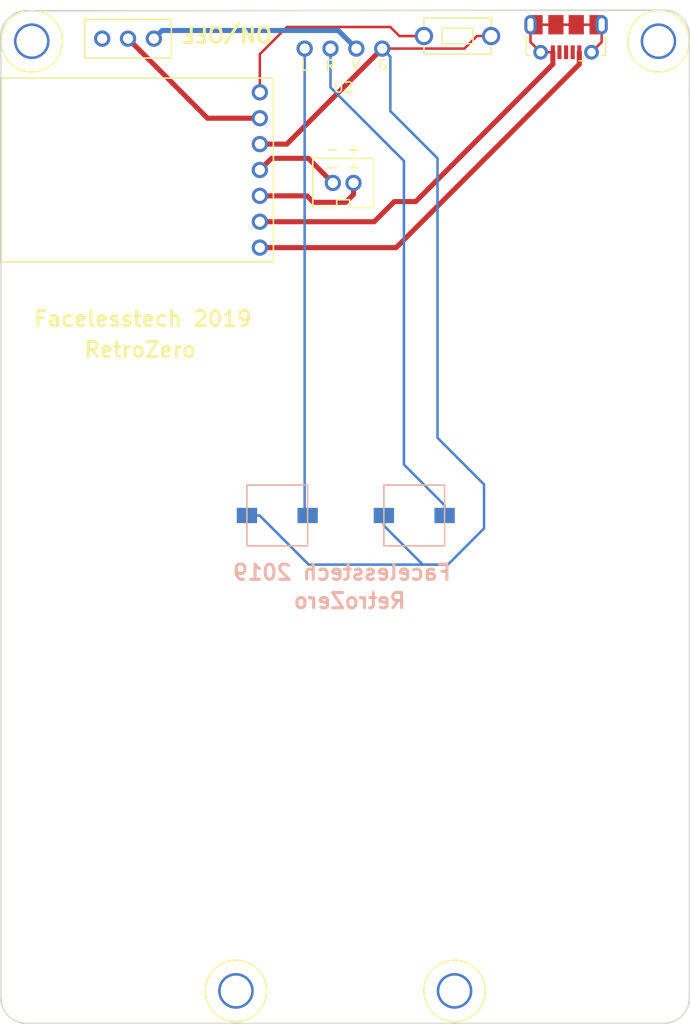
<source format=kicad_pcb>
(kicad_pcb (version 20171130) (host pcbnew 5.0.2+dfsg1-1~bpo9+1)

  (general
    (thickness 1.6)
    (drawings 15)
    (tracks 62)
    (zones 0)
    (modules 12)
    (nets 19)
  )

  (page A4)
  (layers
    (0 F.Cu signal)
    (31 B.Cu signal)
    (32 B.Adhes user)
    (33 F.Adhes user)
    (34 B.Paste user)
    (35 F.Paste user)
    (36 B.SilkS user)
    (37 F.SilkS user)
    (38 B.Mask user)
    (39 F.Mask user)
    (40 Dwgs.User user)
    (41 Cmts.User user)
    (42 Eco1.User user)
    (43 Eco2.User user)
    (44 Edge.Cuts user)
    (45 Margin user)
    (46 B.CrtYd user)
    (47 F.CrtYd user)
    (48 B.Fab user)
    (49 F.Fab user)
  )

  (setup
    (last_trace_width 0.25)
    (user_trace_width 0.5)
    (trace_clearance 0.2)
    (zone_clearance 0.508)
    (zone_45_only no)
    (trace_min 0.2)
    (segment_width 0.2)
    (edge_width 0.15)
    (via_size 0.8)
    (via_drill 0.4)
    (via_min_size 0.4)
    (via_min_drill 0.3)
    (uvia_size 0.3)
    (uvia_drill 0.1)
    (uvias_allowed no)
    (uvia_min_size 0.2)
    (uvia_min_drill 0.1)
    (pcb_text_width 0.3)
    (pcb_text_size 1.5 1.5)
    (mod_edge_width 0.15)
    (mod_text_size 1 1)
    (mod_text_width 0.15)
    (pad_size 1.524 1.524)
    (pad_drill 0.762)
    (pad_to_mask_clearance 0.2)
    (solder_mask_min_width 0.25)
    (aux_axis_origin 0 0)
    (visible_elements FFFFFF7F)
    (pcbplotparams
      (layerselection 0x010f0_ffffffff)
      (usegerberextensions false)
      (usegerberattributes false)
      (usegerberadvancedattributes false)
      (creategerberjobfile false)
      (excludeedgelayer true)
      (linewidth 0.100000)
      (plotframeref false)
      (viasonmask false)
      (mode 1)
      (useauxorigin false)
      (hpglpennumber 1)
      (hpglpenspeed 20)
      (hpglpendiameter 15.000000)
      (psnegative false)
      (psa4output false)
      (plotreference true)
      (plotvalue true)
      (plotinvisibletext false)
      (padsonsilk false)
      (subtractmaskfromsilk false)
      (outputformat 1)
      (mirror false)
      (drillshape 0)
      (scaleselection 1)
      (outputdirectory "gerbers/"))
  )

  (net 0 "")
  (net 1 "Net-(J1-Pad1)")
  (net 2 "Net-(J1-Pad2)")
  (net 3 "Net-(J1-Pad3)")
  (net 4 "Net-(J1-Pad4)")
  (net 5 "Net-(J1-Pad5)")
  (net 6 "Net-(U3-Pad1)")
  (net 7 "Net-(U4-Pad1)")
  (net 8 "Net-(U5-Pad1)")
  (net 9 "Net-(U6-Pad1)")
  (net 10 "Net-(SW1-Pad1)")
  (net 11 "Net-(SW1-Pad2)")
  (net 12 "Net-(SW1-Pad3)")
  (net 13 "Net-(SW2-Pad1)")
  (net 14 "Net-(SW2-Pad2)")
  (net 15 "Net-(SW3-Pad1)")
  (net 16 "Net-(SW4-Pad1)")
  (net 17 "Net-(U1-Pad2)")
  (net 18 "Net-(U1-Pad1)")

  (net_class Default "This is the default net class."
    (clearance 0.2)
    (trace_width 0.25)
    (via_dia 0.8)
    (via_drill 0.4)
    (uvia_dia 0.3)
    (uvia_drill 0.1)
    (add_net "Net-(J1-Pad1)")
    (add_net "Net-(J1-Pad2)")
    (add_net "Net-(J1-Pad3)")
    (add_net "Net-(J1-Pad4)")
    (add_net "Net-(J1-Pad5)")
    (add_net "Net-(SW1-Pad1)")
    (add_net "Net-(SW1-Pad2)")
    (add_net "Net-(SW1-Pad3)")
    (add_net "Net-(SW2-Pad1)")
    (add_net "Net-(SW2-Pad2)")
    (add_net "Net-(SW3-Pad1)")
    (add_net "Net-(SW4-Pad1)")
    (add_net "Net-(U1-Pad1)")
    (add_net "Net-(U1-Pad2)")
    (add_net "Net-(U3-Pad1)")
    (add_net "Net-(U4-Pad1)")
    (add_net "Net-(U5-Pad1)")
    (add_net "Net-(U6-Pad1)")
  )

  (module m3_hole_custom:m3_hole_custom (layer F.Cu) (tedit 5C346F6B) (tstamp 5C30E8BF)
    (at 157.6324 139.6238)
    (path /5C313FED)
    (fp_text reference U6 (at 0 2.921) (layer F.SilkS) hide
      (effects (font (size 1 1) (thickness 0.15)))
    )
    (fp_text value m3_standsoffs (at 0 -2.921) (layer F.Fab) hide
      (effects (font (size 1 1) (thickness 0.15)))
    )
    (fp_circle (center 0 0) (end 2.8575 0.9525) (layer F.SilkS) (width 0.15))
    (pad 1 thru_hole circle (at 0 0) (size 3.5 3.5) (drill 3) (layers *.Cu *.Mask)
      (net 9 "Net-(U6-Pad1)"))
  )

  (module LRandPower:LRandPower (layer F.Cu) (tedit 5C346F27) (tstamp 5C5582A4)
    (at 146.7104 47.1424)
    (path /5C2EA8ED)
    (fp_text reference U2 (at 0 3.81) (layer F.SilkS)
      (effects (font (size 1 1) (thickness 0.15)))
    )
    (fp_text value LRandPower (at 0.0635 -2.7305) (layer F.Fab) hide
      (effects (font (size 1 1) (thickness 0.15)))
    )
    (fp_text user G (at 3.8735 1.5875) (layer F.SilkS)
      (effects (font (size 1 1) (thickness 0.15)))
    )
    (fp_text user V (at 1.2065 1.651) (layer F.SilkS)
      (effects (font (size 1 1) (thickness 0.15)))
    )
    (fp_text user R (at -1.3335 1.651) (layer F.SilkS)
      (effects (font (size 1 1) (thickness 0.15)))
    )
    (fp_text user L (at -3.81 1.651) (layer F.SilkS)
      (effects (font (size 1 1) (thickness 0.15)))
    )
    (pad 1 thru_hole circle (at -3.81 0) (size 1.6 1.6) (drill 1) (layers *.Cu *.Mask)
      (net 16 "Net-(SW4-Pad1)"))
    (pad 2 thru_hole circle (at -1.27 0) (size 1.6 1.6) (drill 1) (layers *.Cu *.Mask)
      (net 15 "Net-(SW3-Pad1)"))
    (pad 3 thru_hole circle (at 1.27 0) (size 1.6 1.6) (drill 1) (layers *.Cu *.Mask)
      (net 10 "Net-(SW1-Pad1)"))
    (pad 4 thru_hole circle (at 3.81 0) (size 1.6 1.6) (drill 1) (layers *.Cu *.Mask)
      (net 14 "Net-(SW2-Pad2)"))
  )

  (module m3_hole_custom:m3_hole_custom (layer F.Cu) (tedit 5C346F11) (tstamp 5C3339F0)
    (at 177.673 46.4185)
    (path /5C313CFC)
    (fp_text reference U3 (at 0 2.921) (layer F.SilkS) hide
      (effects (font (size 1 1) (thickness 0.15)))
    )
    (fp_text value m3_standsoffs (at 0 -2.921) (layer F.Fab) hide
      (effects (font (size 1 1) (thickness 0.15)))
    )
    (fp_circle (center 0 0) (end 2.8575 0.9525) (layer F.SilkS) (width 0.15))
    (pad 1 thru_hole circle (at 0 0) (size 3.5 3.5) (drill 3) (layers *.Cu *.Mask)
      (net 6 "Net-(U3-Pad1)"))
  )

  (module m3_hole_custom:m3_hole_custom (layer F.Cu) (tedit 5C346F40) (tstamp 5C30E8A2)
    (at 116.078 46.4185)
    (path /5C313FB3)
    (fp_text reference U5 (at 0 2.921) (layer F.SilkS) hide
      (effects (font (size 1 1) (thickness 0.15)))
    )
    (fp_text value m3_standsoffs (at 0 -2.921) (layer F.Fab) hide
      (effects (font (size 1 1) (thickness 0.15)))
    )
    (fp_circle (center 0 0) (end 2.8575 0.9525) (layer F.SilkS) (width 0.15))
    (pad 1 thru_hole circle (at 0 0) (size 3.5 3.5) (drill 3) (layers *.Cu *.Mask)
      (net 8 "Net-(U5-Pad1)"))
  )

  (module m3_hole_custom:m3_hole_custom (layer F.Cu) (tedit 5C346F64) (tstamp 5C30E8D5)
    (at 136.144 139.6238)
    (path /5C313D6F)
    (fp_text reference U4 (at 0 2.921) (layer F.SilkS) hide
      (effects (font (size 1 1) (thickness 0.15)))
    )
    (fp_text value m3_standsoffs (at 0 -2.921) (layer F.Fab) hide
      (effects (font (size 1 1) (thickness 0.15)))
    )
    (fp_circle (center 0 0) (end 2.8575 0.9525) (layer F.SilkS) (width 0.15))
    (pad 1 thru_hole circle (at 0 0) (size 3.5 3.5) (drill 3) (layers *.Cu *.Mask)
      (net 7 "Net-(U4-Pad1)"))
  )

  (module buttons_custom:3_pin_switch_custom (layer F.Cu) (tedit 5C346F30) (tstamp 5C3FBC0F)
    (at 125.5395 46.1645 180)
    (path /5C33A178)
    (fp_text reference SW1 (at 0 3.683 180) (layer F.SilkS) hide
      (effects (font (size 1 1) (thickness 0.15)))
    )
    (fp_text value SW_SPDT (at 0 -3.4925 180) (layer F.Fab) hide
      (effects (font (size 1 1) (thickness 0.15)))
    )
    (fp_line (start -4.2545 -1.905) (end -4.2545 1.905) (layer F.SilkS) (width 0.15))
    (fp_line (start -4.2545 1.905) (end 4.2545 1.905) (layer F.SilkS) (width 0.15))
    (fp_line (start 4.2545 1.905) (end 4.2545 -1.905) (layer F.SilkS) (width 0.15))
    (fp_line (start 4.2545 -1.905) (end -4.2545 -1.905) (layer F.SilkS) (width 0.15))
    (pad 1 thru_hole circle (at -2.54 0 180) (size 1.6 1.6) (drill 1) (layers *.Cu *.Mask)
      (net 10 "Net-(SW1-Pad1)"))
    (pad 2 thru_hole circle (at 0 0 180) (size 1.6 1.6) (drill 1) (layers *.Cu *.Mask)
      (net 11 "Net-(SW1-Pad2)"))
    (pad 3 thru_hole circle (at 2.54 0 180) (size 1.6 1.6) (drill 1) (layers *.Cu *.Mask)
      (net 12 "Net-(SW1-Pad3)"))
  )

  (module buttons_custom:small_button_2pin_custom (layer F.Cu) (tedit 5C346F22) (tstamp 5C3FBC1F)
    (at 157.9245 45.9105 180)
    (path /5C33A238)
    (fp_text reference SW2 (at -0.254 4.064 180) (layer F.SilkS) hide
      (effects (font (size 1 1) (thickness 0.15)))
    )
    (fp_text value SW_Push (at 0 -3.302 180) (layer F.Fab) hide
      (effects (font (size 1 1) (thickness 0.15)))
    )
    (fp_line (start -1.524 -0.762) (end -1.524 0.762) (layer F.SilkS) (width 0.15))
    (fp_line (start -1.524 0.762) (end 1.524 0.762) (layer F.SilkS) (width 0.15))
    (fp_line (start 1.524 0.762) (end 1.524 -0.762) (layer F.SilkS) (width 0.15))
    (fp_line (start 1.524 -0.762) (end -1.524 -0.762) (layer F.SilkS) (width 0.15))
    (fp_line (start -3.302 1.016) (end -3.302 1.778) (layer F.SilkS) (width 0.15))
    (fp_line (start -3.302 1.778) (end 3.302 1.778) (layer F.SilkS) (width 0.15))
    (fp_line (start 3.302 1.778) (end 3.302 1.016) (layer F.SilkS) (width 0.15))
    (fp_line (start -3.302 -1.778) (end -3.302 -1.016) (layer F.SilkS) (width 0.15))
    (fp_line (start -3.302 -1.778) (end 3.302 -1.778) (layer F.SilkS) (width 0.15))
    (fp_line (start 3.302 -1.778) (end 3.302 -1.016) (layer F.SilkS) (width 0.15))
    (pad 1 thru_hole circle (at 3.302 0 180) (size 1.8 1.8) (drill 1.2) (layers *.Cu *.Mask)
      (net 13 "Net-(SW2-Pad1)"))
    (pad 2 thru_hole circle (at -3.302 0 180) (size 1.8 1.8) (drill 1.2) (layers *.Cu *.Mask)
      (net 14 "Net-(SW2-Pad2)"))
  )

  (module buttons_custom:smd_soft_custom (layer B.Cu) (tedit 5C347886) (tstamp 5C5887EB)
    (at 153.67 92.964)
    (path /5C33A2A9)
    (fp_text reference SW3 (at 0 -6.0325) (layer B.SilkS) hide
      (effects (font (size 1 1) (thickness 0.15)) (justify mirror))
    )
    (fp_text value SW_Push (at 0 4.826) (layer B.Fab) hide
      (effects (font (size 1 1) (thickness 0.15)) (justify mirror))
    )
    (fp_line (start -2.9845 2.9845) (end 2.9845 2.9845) (layer B.SilkS) (width 0.15))
    (fp_line (start 2.9845 2.9845) (end 2.9845 -2.9845) (layer B.SilkS) (width 0.15))
    (fp_line (start 2.9845 -2.9845) (end -2.9845 -2.9845) (layer B.SilkS) (width 0.15))
    (fp_line (start -2.9845 -2.9845) (end -2.9845 2.9845) (layer B.SilkS) (width 0.15))
    (pad 1 smd rect (at 2.9845 0 270) (size 1.5 2) (layers B.Cu B.Paste B.Mask)
      (net 15 "Net-(SW3-Pad1)"))
    (pad 2 smd rect (at -2.9845 0 270) (size 1.5 2) (layers B.Cu B.Paste B.Mask)
      (net 14 "Net-(SW2-Pad2)"))
  )

  (module buttons_custom:smd_soft_custom (layer B.Cu) (tedit 5C34788A) (tstamp 5C588722)
    (at 140.208 92.964)
    (path /5C33A311)
    (fp_text reference SW4 (at 0 -6.0325) (layer B.SilkS) hide
      (effects (font (size 1 1) (thickness 0.15)) (justify mirror))
    )
    (fp_text value SW_Push (at 0 4.826) (layer B.Fab) hide
      (effects (font (size 1 1) (thickness 0.15)) (justify mirror))
    )
    (fp_line (start -2.9845 -2.9845) (end -2.9845 2.9845) (layer B.SilkS) (width 0.15))
    (fp_line (start 2.9845 -2.9845) (end -2.9845 -2.9845) (layer B.SilkS) (width 0.15))
    (fp_line (start 2.9845 2.9845) (end 2.9845 -2.9845) (layer B.SilkS) (width 0.15))
    (fp_line (start -2.9845 2.9845) (end 2.9845 2.9845) (layer B.SilkS) (width 0.15))
    (pad 2 smd rect (at -2.9845 0 270) (size 1.5 2) (layers B.Cu B.Paste B.Mask)
      (net 14 "Net-(SW2-Pad2)"))
    (pad 1 smd rect (at 2.9845 0 270) (size 1.5 2) (layers B.Cu B.Paste B.Mask)
      (net 16 "Net-(SW4-Pad1)"))
  )

  (module battery_connector_custom:jst_2pin_custom (layer F.Cu) (tedit 5C346F53) (tstamp 5C3FC07E)
    (at 146.685 60.325)
    (path /5C33A07A)
    (fp_text reference U1 (at 0 3.429) (layer F.SilkS) hide
      (effects (font (size 1 1) (thickness 0.15)))
    )
    (fp_text value battery_custom (at -4.318 0 90) (layer F.Fab) hide
      (effects (font (size 1 1) (thickness 0.15)))
    )
    (fp_line (start -2.9845 0) (end -2.9845 -2.413) (layer F.SilkS) (width 0.15))
    (fp_line (start -2.9845 -2.413) (end 2.9845 -2.413) (layer F.SilkS) (width 0.15))
    (fp_line (start 2.9845 -2.413) (end 2.9845 2.413) (layer F.SilkS) (width 0.15))
    (fp_line (start -2.9845 2.413) (end -2.9845 0) (layer F.SilkS) (width 0.15))
    (fp_text user + (at 1.016 -1.5875) (layer F.SilkS)
      (effects (font (size 1 1) (thickness 0.15)))
    )
    (fp_line (start -0.635 2.413) (end -0.635 1.651) (layer F.SilkS) (width 0.15))
    (fp_line (start -0.635 1.651) (end 0.635 1.651) (layer F.SilkS) (width 0.15))
    (fp_line (start 0.635 1.651) (end 0.635 2.413) (layer F.SilkS) (width 0.15))
    (fp_line (start 2.9845 2.413) (end 0.635 2.413) (layer F.SilkS) (width 0.15))
    (fp_line (start -0.635 2.413) (end -2.9845 2.413) (layer F.SilkS) (width 0.15))
    (fp_text user _ (at -1.0795 -2.032) (layer F.SilkS)
      (effects (font (size 1 1) (thickness 0.15)))
    )
    (fp_text user - (at -1.016 -3.302) (layer F.SilkS)
      (effects (font (size 1 1) (thickness 0.15)))
    )
    (fp_text user + (at 1.016 -3.302) (layer F.SilkS)
      (effects (font (size 1 1) (thickness 0.15)))
    )
    (pad 1 thru_hole circle (at -1.016 0) (size 1.6 1.6) (drill 1) (layers *.Cu *.Mask)
      (net 18 "Net-(U1-Pad1)"))
    (pad 2 thru_hole circle (at 1.016 0) (size 1.6 1.6) (drill 1) (layers *.Cu *.Mask)
      (net 17 "Net-(U1-Pad2)"))
  )

  (module power_bank_boards:power_bank_green (layer F.Cu) (tedit 5C346F4A) (tstamp 5C3FBC56)
    (at 138.4935 59.055 90)
    (path /5C33A01D)
    (fp_text reference U7 (at 0 -8.128 90) (layer F.SilkS) hide
      (effects (font (size 1 1) (thickness 0.15)))
    )
    (fp_text value power_bank_green (at 0 -6.35 90) (layer F.Fab) hide
      (effects (font (size 1 1) (thickness 0.15)))
    )
    (fp_line (start 9.017 1.3335) (end -9.017 1.3335) (layer F.SilkS) (width 0.15))
    (fp_line (start -9.017 1.3335) (end -9.017 -25.4) (layer F.SilkS) (width 0.15))
    (fp_line (start -9.017 -25.4) (end 8.9535 -25.4) (layer F.SilkS) (width 0.15))
    (fp_line (start 8.9535 -25.4) (end 9.017 -25.4) (layer F.SilkS) (width 0.15))
    (fp_line (start 9.017 -25.4) (end 9.017 1.3335) (layer F.SilkS) (width 0.15))
    (pad 1 thru_hole circle (at -7.62 0 90) (size 1.6 1.6) (drill 1) (layers *.Cu *.Mask)
      (net 1 "Net-(J1-Pad1)"))
    (pad 2 thru_hole circle (at -5.08 0 90) (size 1.6 1.6) (drill 1) (layers *.Cu *.Mask)
      (net 5 "Net-(J1-Pad5)"))
    (pad 3 thru_hole circle (at -2.54 0 90) (size 1.6 1.6) (drill 1) (layers *.Cu *.Mask)
      (net 17 "Net-(U1-Pad2)"))
    (pad 4 thru_hole circle (at 0 0 90) (size 1.6 1.6) (drill 1) (layers *.Cu *.Mask)
      (net 18 "Net-(U1-Pad1)"))
    (pad 5 thru_hole circle (at 2.54 0 90) (size 1.6 1.6) (drill 1) (layers *.Cu *.Mask)
      (net 14 "Net-(SW2-Pad2)"))
    (pad 6 thru_hole circle (at 5.08 0 90) (size 1.6 1.6) (drill 1) (layers *.Cu *.Mask)
      (net 11 "Net-(SW1-Pad2)"))
    (pad 7 thru_hole circle (at 7.62 0 90) (size 1.6 1.6) (drill 1) (layers *.Cu *.Mask)
      (net 13 "Net-(SW2-Pad1)"))
  )

  (module Connector_USB:USB_Micro-B_Molex-105017-0001 (layer F.Cu) (tedit 5C346F1B) (tstamp 5C3FBDB6)
    (at 168.5925 46.0375 180)
    (descr http://www.molex.com/pdm_docs/sd/1050170001_sd.pdf)
    (tags "Micro-USB SMD Typ-B")
    (path /5C33A3E7)
    (attr smd)
    (fp_text reference J1 (at 0 -3.1125 180) (layer F.SilkS) hide
      (effects (font (size 1 1) (thickness 0.15)))
    )
    (fp_text value USB_B_Micro (at 0.3 4.3375 180) (layer F.Fab) hide
      (effects (font (size 1 1) (thickness 0.15)))
    )
    (fp_text user "PCB Edge" (at 0 2.6875 180) (layer Dwgs.User)
      (effects (font (size 0.5 0.5) (thickness 0.08)))
    )
    (fp_text user %R (at 0 0.8875 180) (layer F.Fab)
      (effects (font (size 1 1) (thickness 0.15)))
    )
    (fp_line (start -4.4 3.64) (end 4.4 3.64) (layer F.CrtYd) (width 0.05))
    (fp_line (start 4.4 -2.46) (end 4.4 3.64) (layer F.CrtYd) (width 0.05))
    (fp_line (start -4.4 -2.46) (end 4.4 -2.46) (layer F.CrtYd) (width 0.05))
    (fp_line (start -4.4 3.64) (end -4.4 -2.46) (layer F.CrtYd) (width 0.05))
    (fp_line (start -3.9 -1.7625) (end -3.45 -1.7625) (layer F.SilkS) (width 0.12))
    (fp_line (start -3.9 0.0875) (end -3.9 -1.7625) (layer F.SilkS) (width 0.12))
    (fp_line (start 3.9 2.6375) (end 3.9 2.3875) (layer F.SilkS) (width 0.12))
    (fp_line (start 3.75 3.3875) (end 3.75 -1.6125) (layer F.Fab) (width 0.1))
    (fp_line (start -3 2.689204) (end 3 2.689204) (layer F.Fab) (width 0.1))
    (fp_line (start -3.75 3.389204) (end 3.75 3.389204) (layer F.Fab) (width 0.1))
    (fp_line (start -3.75 -1.6125) (end 3.75 -1.6125) (layer F.Fab) (width 0.1))
    (fp_line (start -3.75 3.3875) (end -3.75 -1.6125) (layer F.Fab) (width 0.1))
    (fp_line (start -3.9 2.6375) (end -3.9 2.3875) (layer F.SilkS) (width 0.12))
    (fp_line (start 3.9 0.0875) (end 3.9 -1.7625) (layer F.SilkS) (width 0.12))
    (fp_line (start 3.9 -1.7625) (end 3.45 -1.7625) (layer F.SilkS) (width 0.12))
    (fp_line (start -1.7 -2.3125) (end -1.25 -2.3125) (layer F.SilkS) (width 0.12))
    (fp_line (start -1.7 -2.3125) (end -1.7 -1.8625) (layer F.SilkS) (width 0.12))
    (fp_line (start -1.3 -1.7125) (end -1.5 -1.9125) (layer F.Fab) (width 0.1))
    (fp_line (start -1.1 -1.9125) (end -1.3 -1.7125) (layer F.Fab) (width 0.1))
    (fp_line (start -1.5 -2.1225) (end -1.1 -2.1225) (layer F.Fab) (width 0.1))
    (fp_line (start -1.5 -2.1225) (end -1.5 -1.9125) (layer F.Fab) (width 0.1))
    (fp_line (start -1.1 -2.1225) (end -1.1 -1.9125) (layer F.Fab) (width 0.1))
    (pad 6 smd rect (at 1 1.2375 180) (size 1.5 1.9) (layers F.Cu F.Paste F.Mask)
      (net 5 "Net-(J1-Pad5)"))
    (pad 6 thru_hole circle (at -2.5 -1.4625 180) (size 1.45 1.45) (drill 0.85) (layers *.Cu *.Mask)
      (net 5 "Net-(J1-Pad5)"))
    (pad 2 smd rect (at -0.65 -1.4625 180) (size 0.4 1.35) (layers F.Cu F.Paste F.Mask)
      (net 2 "Net-(J1-Pad2)"))
    (pad 1 smd rect (at -1.3 -1.4625 180) (size 0.4 1.35) (layers F.Cu F.Paste F.Mask)
      (net 1 "Net-(J1-Pad1)"))
    (pad 5 smd rect (at 1.3 -1.4625 180) (size 0.4 1.35) (layers F.Cu F.Paste F.Mask)
      (net 5 "Net-(J1-Pad5)"))
    (pad 4 smd rect (at 0.65 -1.4625 180) (size 0.4 1.35) (layers F.Cu F.Paste F.Mask)
      (net 4 "Net-(J1-Pad4)"))
    (pad 3 smd rect (at 0 -1.4625 180) (size 0.4 1.35) (layers F.Cu F.Paste F.Mask)
      (net 3 "Net-(J1-Pad3)"))
    (pad 6 thru_hole circle (at 2.5 -1.4625 180) (size 1.45 1.45) (drill 0.85) (layers *.Cu *.Mask)
      (net 5 "Net-(J1-Pad5)"))
    (pad 6 smd rect (at -1 1.2375 180) (size 1.5 1.9) (layers F.Cu F.Paste F.Mask)
      (net 5 "Net-(J1-Pad5)"))
    (pad 6 thru_hole oval (at -3.5 1.2375) (size 1.2 1.9) (drill oval 0.6 1.3) (layers *.Cu *.Mask)
      (net 5 "Net-(J1-Pad5)"))
    (pad 6 thru_hole oval (at 3.5 1.2375 180) (size 1.2 1.9) (drill oval 0.6 1.3) (layers *.Cu *.Mask)
      (net 5 "Net-(J1-Pad5)"))
    (pad 6 smd rect (at 2.9 1.2375 180) (size 1.2 1.9) (layers F.Cu F.Mask)
      (net 5 "Net-(J1-Pad5)"))
    (pad 6 smd rect (at -2.9 1.2375 180) (size 1.2 1.9) (layers F.Cu F.Mask)
      (net 5 "Net-(J1-Pad5)"))
    (model ${KISYS3DMOD}/Connector_USB.3dshapes/USB_Micro-B_Molex-105017-0001.wrl
      (at (xyz 0 0 0))
      (scale (xyz 1 1 1))
      (rotate (xyz 0 0 0))
    )
  )

  (gr_text RetroZero (at 147.32 101.346) (layer B.SilkS)
    (effects (font (size 1.5 1.5) (thickness 0.3)) (justify mirror))
  )
  (gr_text "Facelesstech 2019" (at 146.558 98.552) (layer B.SilkS)
    (effects (font (size 1.5 1.5) (thickness 0.3)) (justify mirror))
  )
  (gr_text "Facelesstech 2019" (at 127 73.66) (layer F.SilkS)
    (effects (font (size 1.5 1.5) (thickness 0.3)))
  )
  (gr_text RetroZero (at 126.746 76.708) (layer F.SilkS)
    (effects (font (size 1.5 1.5) (thickness 0.3)))
  )
  (gr_text ON/OFF (at 135.255 45.72 180) (layer F.SilkS)
    (effects (font (size 1.5 1.5) (thickness 0.3)))
  )
  (gr_line (start 113.03 51.181) (end 113.03 45.974) (layer Edge.Cuts) (width 0.15))
  (gr_line (start 180.721 51.1175) (end 180.721 45.9105) (layer Edge.Cuts) (width 0.15))
  (gr_line (start 178.181 142.8115) (end 115.57 142.8115) (layer Edge.Cuts) (width 0.15))
  (gr_line (start 113.03 51.181) (end 113.03 140.2715) (layer Edge.Cuts) (width 0.15))
  (gr_line (start 178.181 43.3705) (end 115.57 43.434) (layer Edge.Cuts) (width 0.15))
  (gr_line (start 180.721 140.2715) (end 180.721 51.1175) (layer Edge.Cuts) (width 0.15))
  (gr_arc (start 178.181 45.9105) (end 180.721 45.9105) (angle -90) (layer Edge.Cuts) (width 0.15))
  (gr_arc (start 115.57 45.974) (end 115.57 43.434) (angle -90) (layer Edge.Cuts) (width 0.15))
  (gr_arc (start 115.57 140.2715) (end 113.03 140.2715) (angle -90) (layer Edge.Cuts) (width 0.15))
  (gr_arc (start 178.181 140.2715) (end 178.181 142.8115) (angle -90) (layer Edge.Cuts) (width 0.15))

  (segment (start 139.62487 66.675) (end 138.4935 66.675) (width 0.5) (layer F.Cu) (net 1))
  (segment (start 151.8925 66.675) (end 139.62487 66.675) (width 0.5) (layer F.Cu) (net 1))
  (segment (start 169.8925 48.675) (end 151.8925 66.675) (width 0.5) (layer F.Cu) (net 1))
  (segment (start 169.8925 47.5) (end 169.8925 48.675) (width 0.5) (layer F.Cu) (net 1))
  (segment (start 167.5925 44.8) (end 165.0925 44.8) (width 0.25) (layer F.Cu) (net 5))
  (segment (start 171.4925 44.8) (end 167.5925 44.8) (width 0.25) (layer F.Cu) (net 5))
  (segment (start 165.0925 46.5) (end 165.0925 44.8) (width 0.25) (layer F.Cu) (net 5))
  (segment (start 166.0925 47.5) (end 165.0925 46.5) (width 0.25) (layer F.Cu) (net 5))
  (segment (start 172.0925 46.5) (end 172.0925 44.8) (width 0.25) (layer F.Cu) (net 5))
  (segment (start 171.0925 47.5) (end 172.0925 46.5) (width 0.25) (layer F.Cu) (net 5))
  (segment (start 171.4925 44.8) (end 172.0925 44.8) (width 0.25) (layer F.Cu) (net 5))
  (segment (start 166.0925 47.5) (end 167.2925 47.5) (width 0.25) (layer F.Cu) (net 5))
  (segment (start 149.733 64.135) (end 138.4935 64.135) (width 0.5) (layer F.Cu) (net 5))
  (segment (start 167.2925 47.5) (end 167.2925 48.675) (width 0.5) (layer F.Cu) (net 5))
  (segment (start 167.2925 48.675) (end 153.81112 62.15638) (width 0.5) (layer F.Cu) (net 5))
  (segment (start 153.81112 62.15638) (end 151.71162 62.15638) (width 0.5) (layer F.Cu) (net 5))
  (segment (start 151.71162 62.15638) (end 149.733 64.135) (width 0.5) (layer F.Cu) (net 5))
  (segment (start 147.180401 46.342401) (end 147.9804 47.1424) (width 0.5) (layer B.Cu) (net 10))
  (segment (start 146.202501 45.364501) (end 147.180401 46.342401) (width 0.5) (layer B.Cu) (net 10))
  (segment (start 128.879499 45.364501) (end 146.202501 45.364501) (width 0.5) (layer B.Cu) (net 10))
  (segment (start 128.0795 46.1645) (end 128.879499 45.364501) (width 0.5) (layer B.Cu) (net 10))
  (segment (start 133.35 53.975) (end 138.4935 53.975) (width 0.5) (layer F.Cu) (net 11))
  (segment (start 125.5395 46.1645) (end 133.35 53.975) (width 0.5) (layer F.Cu) (net 11))
  (segment (start 138.4935 51.435) (end 138.4935 47.6885) (width 0.25) (layer F.Cu) (net 13))
  (segment (start 138.4935 47.6885) (end 141.1605 45.0215) (width 0.25) (layer F.Cu) (net 13))
  (segment (start 141.1605 45.0215) (end 151.3205 45.0215) (width 0.25) (layer F.Cu) (net 13))
  (segment (start 152.2095 45.9105) (end 154.6225 45.9105) (width 0.25) (layer F.Cu) (net 13))
  (segment (start 151.3205 45.0215) (end 152.2095 45.9105) (width 0.25) (layer F.Cu) (net 13))
  (segment (start 141.1478 56.515) (end 138.4935 56.515) (width 0.5) (layer F.Cu) (net 14))
  (segment (start 150.5204 47.1424) (end 141.1478 56.515) (width 0.5) (layer F.Cu) (net 14))
  (segment (start 161.2265 45.9105) (end 159.8295 45.9105) (width 0.25) (layer F.Cu) (net 14))
  (segment (start 158.5976 47.1424) (end 150.5204 47.1424) (width 0.25) (layer F.Cu) (net 14))
  (segment (start 159.8295 45.9105) (end 158.5976 47.1424) (width 0.25) (layer F.Cu) (net 14))
  (segment (start 151.320399 47.942399) (end 151.320399 53.276399) (width 0.25) (layer B.Cu) (net 14))
  (segment (start 150.5204 47.1424) (end 151.320399 47.942399) (width 0.25) (layer B.Cu) (net 14))
  (segment (start 155.956 57.912) (end 155.956 85.344) (width 0.25) (layer B.Cu) (net 14))
  (segment (start 151.320399 53.276399) (end 155.956 57.912) (width 0.25) (layer B.Cu) (net 14))
  (segment (start 155.956 85.344) (end 160.528 89.916) (width 0.25) (layer B.Cu) (net 14))
  (segment (start 160.528 89.916) (end 160.528 94.234) (width 0.25) (layer B.Cu) (net 14))
  (segment (start 160.528 94.234) (end 156.972 97.79) (width 0.25) (layer B.Cu) (net 14))
  (segment (start 138.4735 92.964) (end 137.2235 92.964) (width 0.25) (layer B.Cu) (net 14))
  (segment (start 143.2995 97.79) (end 138.4735 92.964) (width 0.25) (layer B.Cu) (net 14))
  (segment (start 154.5115 97.79) (end 155.956 97.79) (width 0.25) (layer B.Cu) (net 14))
  (segment (start 150.6855 93.964) (end 154.5115 97.79) (width 0.25) (layer B.Cu) (net 14))
  (segment (start 150.6855 92.964) (end 150.6855 93.964) (width 0.25) (layer B.Cu) (net 14))
  (segment (start 156.972 97.79) (end 155.956 97.79) (width 0.25) (layer B.Cu) (net 14))
  (segment (start 155.956 97.79) (end 143.2995 97.79) (width 0.25) (layer B.Cu) (net 14))
  (segment (start 156.6545 91.964) (end 152.654 87.9635) (width 0.25) (layer B.Cu) (net 15))
  (segment (start 156.6545 92.964) (end 156.6545 91.964) (width 0.25) (layer B.Cu) (net 15))
  (segment (start 152.654 87.9635) (end 152.654 58.166) (width 0.25) (layer B.Cu) (net 15))
  (segment (start 145.4404 50.9524) (end 145.4404 47.1424) (width 0.25) (layer B.Cu) (net 15))
  (segment (start 152.654 58.166) (end 145.4404 50.9524) (width 0.25) (layer B.Cu) (net 15))
  (segment (start 142.9004 92.6719) (end 143.1925 92.964) (width 0.25) (layer B.Cu) (net 16))
  (segment (start 142.9004 47.1424) (end 142.9004 92.6719) (width 0.25) (layer B.Cu) (net 16))
  (segment (start 147.701 61.45637) (end 146.92737 62.23) (width 0.5) (layer F.Cu) (net 17))
  (segment (start 147.701 60.325) (end 147.701 61.45637) (width 0.5) (layer F.Cu) (net 17))
  (segment (start 146.92737 62.23) (end 143.764 62.23) (width 0.5) (layer F.Cu) (net 17))
  (segment (start 143.129 61.595) (end 138.4935 61.595) (width 0.5) (layer F.Cu) (net 17))
  (segment (start 143.764 62.23) (end 143.129 61.595) (width 0.5) (layer F.Cu) (net 17))
  (segment (start 145.669 60.325) (end 143.256 57.912) (width 0.5) (layer F.Cu) (net 18))
  (segment (start 139.6365 57.912) (end 138.4935 59.055) (width 0.5) (layer F.Cu) (net 18))
  (segment (start 143.256 57.912) (end 139.6365 57.912) (width 0.5) (layer F.Cu) (net 18))

)

</source>
